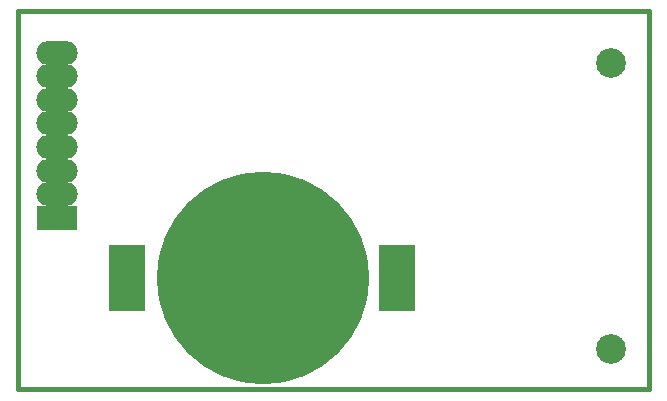
<source format=gbs>
G04 (created by PCBNEW-RS274X (2010-05-05 BZR 2356)-stable) date 3/07/2011 4:58:35 p.m.*
G01*
G70*
G90*
%MOIN*%
G04 Gerber Fmt 3.4, Leading zero omitted, Abs format*
%FSLAX34Y34*%
G04 APERTURE LIST*
%ADD10C,0.006000*%
%ADD11C,0.015000*%
%ADD12R,0.120000X0.220800*%
%ADD13C,0.708600*%
%ADD14O,0.138100X0.079100*%
%ADD15R,0.138100X0.079100*%
%ADD16C,0.098700*%
G04 APERTURE END LIST*
G54D10*
G54D11*
X43307Y-33111D02*
X43307Y-20552D01*
X22283Y-33150D02*
X43307Y-33150D01*
X22283Y-20551D02*
X22283Y-33150D01*
X43307Y-20551D02*
X22283Y-20551D01*
G54D12*
X25905Y-29449D03*
X34921Y-29449D03*
G54D13*
X30433Y-29449D03*
G54D14*
X23583Y-25865D03*
X23583Y-26652D03*
G54D15*
X23583Y-27440D03*
G54D14*
X23583Y-25078D03*
X23583Y-24290D03*
X23583Y-23503D03*
X23583Y-22716D03*
X23583Y-21929D03*
G54D16*
X42048Y-31807D03*
X42048Y-22279D03*
M02*

</source>
